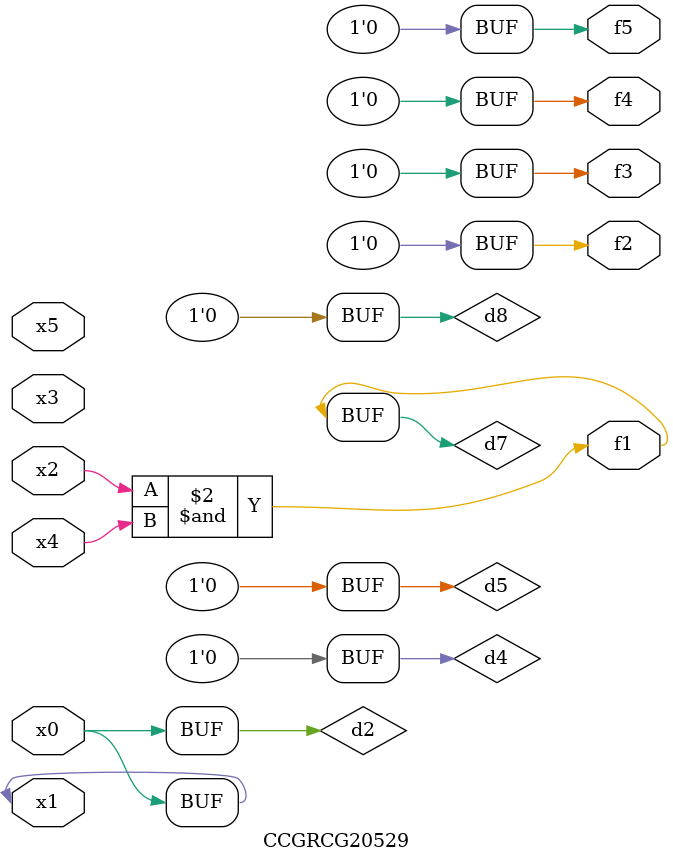
<source format=v>
module CCGRCG20529(
	input x0, x1, x2, x3, x4, x5,
	output f1, f2, f3, f4, f5
);

	wire d1, d2, d3, d4, d5, d6, d7, d8, d9;

	nand (d1, x1);
	buf (d2, x0, x1);
	nand (d3, x2, x4);
	and (d4, d1, d2);
	and (d5, d1, d2);
	nand (d6, d1, d3);
	not (d7, d3);
	xor (d8, d5);
	nor (d9, d5, d6);
	assign f1 = d7;
	assign f2 = d8;
	assign f3 = d8;
	assign f4 = d8;
	assign f5 = d8;
endmodule

</source>
